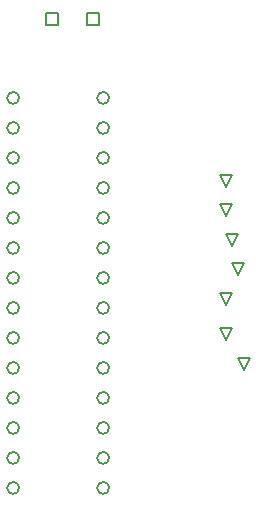
<source format=gbr>
%TF.GenerationSoftware,Altium Limited,Altium Designer,22.1.2 (22)*%
G04 Layer_Color=2752767*
%FSLAX26Y26*%
%MOIN*%
%TF.SameCoordinates,2995F0C5-4C3E-44F3-91CA-E5D3315D7569*%
%TF.FilePolarity,Positive*%
%TF.FileFunction,Drawing*%
%TF.Part,Single*%
G01*
G75*
%TA.AperFunction,NonConductor*%
%ADD38C,0.005000*%
%ADD39C,0.006667*%
D38*
X3926850Y3354016D02*
Y3394016D01*
X3966850D01*
Y3354016D01*
X3926850D01*
X3789055D02*
Y3394016D01*
X3829055D01*
Y3354016D01*
X3789055D01*
X4389764Y2814646D02*
X4369764Y2854646D01*
X4409764D01*
X4389764Y2814646D01*
Y2716220D02*
X4369764Y2756220D01*
X4409764D01*
X4389764Y2716220D01*
X4409449Y2617795D02*
X4389449Y2657795D01*
X4429449D01*
X4409449Y2617795D01*
X4429134Y2519370D02*
X4409134Y2559370D01*
X4449134D01*
X4429134Y2519370D01*
X4389764Y2420945D02*
X4369764Y2460945D01*
X4409764D01*
X4389764Y2420945D01*
Y2302835D02*
X4369764Y2342835D01*
X4409764D01*
X4389764Y2302835D01*
X4448819Y2204409D02*
X4428819Y2244409D01*
X4468819D01*
X4448819Y2204409D01*
D39*
X4000000Y1810000D02*
G03*
X4000000Y1810000I-20000J0D01*
G01*
Y1910000D02*
G03*
X4000000Y1910000I-20000J0D01*
G01*
Y2010000D02*
G03*
X4000000Y2010000I-20000J0D01*
G01*
Y2110000D02*
G03*
X4000000Y2110000I-20000J0D01*
G01*
Y2210000D02*
G03*
X4000000Y2210000I-20000J0D01*
G01*
Y2310000D02*
G03*
X4000000Y2310000I-20000J0D01*
G01*
Y2410000D02*
G03*
X4000000Y2410000I-20000J0D01*
G01*
Y2510000D02*
G03*
X4000000Y2510000I-20000J0D01*
G01*
Y2610000D02*
G03*
X4000000Y2610000I-20000J0D01*
G01*
Y2710000D02*
G03*
X4000000Y2710000I-20000J0D01*
G01*
Y2810000D02*
G03*
X4000000Y2810000I-20000J0D01*
G01*
Y2910000D02*
G03*
X4000000Y2910000I-20000J0D01*
G01*
Y3010000D02*
G03*
X4000000Y3010000I-20000J0D01*
G01*
Y3110000D02*
G03*
X4000000Y3110000I-20000J0D01*
G01*
X3700000Y1810000D02*
G03*
X3700000Y1810000I-20000J0D01*
G01*
Y1910000D02*
G03*
X3700000Y1910000I-20000J0D01*
G01*
Y2010000D02*
G03*
X3700000Y2010000I-20000J0D01*
G01*
Y2110000D02*
G03*
X3700000Y2110000I-20000J0D01*
G01*
Y2210000D02*
G03*
X3700000Y2210000I-20000J0D01*
G01*
Y2310000D02*
G03*
X3700000Y2310000I-20000J0D01*
G01*
Y2410000D02*
G03*
X3700000Y2410000I-20000J0D01*
G01*
Y2510000D02*
G03*
X3700000Y2510000I-20000J0D01*
G01*
Y2610000D02*
G03*
X3700000Y2610000I-20000J0D01*
G01*
Y2710000D02*
G03*
X3700000Y2710000I-20000J0D01*
G01*
Y2810000D02*
G03*
X3700000Y2810000I-20000J0D01*
G01*
Y2910000D02*
G03*
X3700000Y2910000I-20000J0D01*
G01*
Y3010000D02*
G03*
X3700000Y3010000I-20000J0D01*
G01*
Y3110000D02*
G03*
X3700000Y3110000I-20000J0D01*
G01*
%TF.MD5,f619da42e0174424b47f1a115b9709f6*%
M02*

</source>
